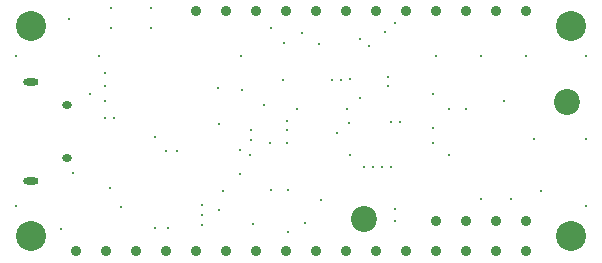
<source format=gbr>
%TF.GenerationSoftware,Altium Limited,Altium Designer,20.1.11 (218)*%
G04 Layer_Color=0*
%FSLAX26Y26*%
%MOIN*%
%TF.SameCoordinates,3C5C7FA7-1F59-4671-A418-6E2A2DAA0BFA*%
%TF.FilePolarity,Positive*%
%TF.FileFunction,Plated,1,2,PTH,Drill*%
%TF.Part,Single*%
G01*
G75*
%TA.AperFunction,ComponentDrill*%
%ADD91C,0.035433*%
%ADD92C,0.086614*%
%ADD93O,0.051181X0.023622*%
%ADD94O,0.033465X0.025591*%
%ADD95C,0.100000*%
%TA.AperFunction,ViaDrill,NotFilled*%
%ADD96C,0.012000*%
D91*
X1550000Y150000D02*
D03*
X1450000D02*
D03*
X1650000D02*
D03*
X1750000D02*
D03*
X650000Y850000D02*
D03*
X750000D02*
D03*
X850000D02*
D03*
X950000D02*
D03*
X1150000D02*
D03*
X1250000D02*
D03*
X1050000D02*
D03*
X1650000D02*
D03*
X1750000D02*
D03*
X1350000D02*
D03*
X1550000D02*
D03*
X1450000D02*
D03*
X1250000Y50000D02*
D03*
X1150000D02*
D03*
X1350000D02*
D03*
X950000D02*
D03*
X850000D02*
D03*
X1050000D02*
D03*
X1650000D02*
D03*
X1750000D02*
D03*
X1450000D02*
D03*
X1550000D02*
D03*
X250000D02*
D03*
X350000D02*
D03*
X450000D02*
D03*
X550000D02*
D03*
X750000D02*
D03*
X650000D02*
D03*
D92*
X1885847Y548048D02*
D03*
X1210847Y158048D02*
D03*
D93*
X100000Y285630D02*
D03*
Y614370D02*
D03*
D94*
X218110Y362402D02*
D03*
Y537598D02*
D03*
D95*
X100000Y800000D02*
D03*
X1900000Y100000D02*
D03*
Y800000D02*
D03*
X100000Y100000D02*
D03*
D96*
X1012000Y144000D02*
D03*
X1950000Y200000D02*
D03*
X1061000Y743000D02*
D03*
X200000Y125000D02*
D03*
X50000Y200000D02*
D03*
X325000Y700000D02*
D03*
X50000D02*
D03*
X225000Y825000D02*
D03*
X800000Y700000D02*
D03*
X1450000D02*
D03*
X1600000Y225000D02*
D03*
X1700000D02*
D03*
X1800000Y250000D02*
D03*
X1675000Y550000D02*
D03*
X1600000Y700000D02*
D03*
X1750000D02*
D03*
X1775000Y425000D02*
D03*
X1950000D02*
D03*
Y700000D02*
D03*
X1162830Y370541D02*
D03*
X951986Y412474D02*
D03*
X897505D02*
D03*
X1154000Y524034D02*
D03*
X985150Y523954D02*
D03*
X940203Y622116D02*
D03*
X874747Y538389D02*
D03*
X497852Y861477D02*
D03*
Y795000D02*
D03*
X365604D02*
D03*
Y861477D02*
D03*
X514186Y432397D02*
D03*
X740109Y251000D02*
D03*
X556638Y129191D02*
D03*
X399370Y199675D02*
D03*
X363853Y260551D02*
D03*
X238385Y310056D02*
D03*
X345000Y551576D02*
D03*
Y645025D02*
D03*
Y600000D02*
D03*
X297177Y574357D02*
D03*
X1549508Y523954D02*
D03*
X899321Y795561D02*
D03*
X725640Y186725D02*
D03*
X796047Y387549D02*
D03*
X831109Y370831D02*
D03*
X797025Y309000D02*
D03*
X724272Y595272D02*
D03*
X803000Y589000D02*
D03*
X943091Y743387D02*
D03*
X725000Y475466D02*
D03*
X840750Y143000D02*
D03*
X955161Y115000D02*
D03*
X670379Y204400D02*
D03*
X670000Y171414D02*
D03*
X670379Y138428D02*
D03*
X1067000Y223000D02*
D03*
X955650Y254800D02*
D03*
X898000Y255000D02*
D03*
X1314000Y189883D02*
D03*
Y152000D02*
D03*
X1440492Y413000D02*
D03*
X1493748Y370411D02*
D03*
X1226000Y734000D02*
D03*
X1197000Y758000D02*
D03*
X1280000Y783000D02*
D03*
X1312000Y811000D02*
D03*
X1132655Y622116D02*
D03*
X1289000Y630000D02*
D03*
Y600000D02*
D03*
X1494000Y523954D02*
D03*
X1440492Y574327D02*
D03*
X1003334Y777671D02*
D03*
X1159000Y479000D02*
D03*
X1163738Y623407D02*
D03*
X1197735Y561566D02*
D03*
X1102655Y622116D02*
D03*
X1301000Y332000D02*
D03*
X1271000D02*
D03*
X1241000D02*
D03*
X1211000D02*
D03*
X1120000Y444000D02*
D03*
X1440492Y461000D02*
D03*
X514186Y127915D02*
D03*
X1298000Y482387D02*
D03*
X1328000D02*
D03*
X833158Y422553D02*
D03*
X951986Y453378D02*
D03*
Y483378D02*
D03*
X832000Y454000D02*
D03*
X377508Y495000D02*
D03*
X345000D02*
D03*
X585000Y385000D02*
D03*
X550000D02*
D03*
%TF.MD5,9549d01d624cb8009d0eaf51b6725d2e*%
M02*

</source>
